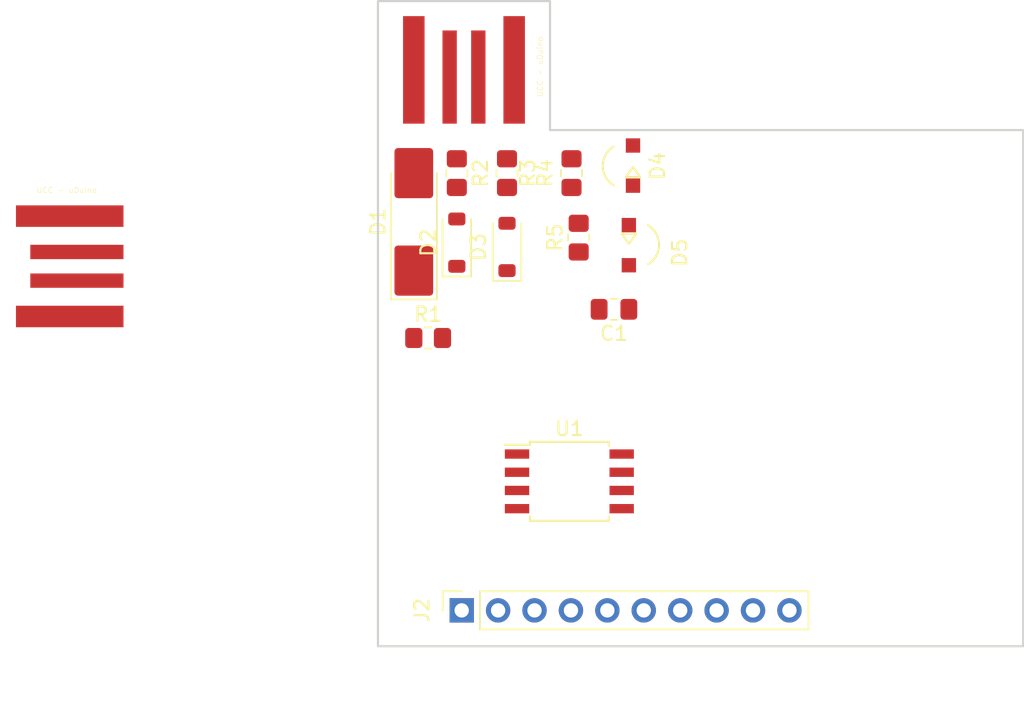
<source format=kicad_pcb>
(kicad_pcb (version 20240108) (generator "pcbnew") (generator_version "8.0")
  (layers (0 "F.Cu" signal) (31 "B.Cu" signal) (34 "B.Paste" user) (35 "F.Paste" user) (36 "B.SilkS" user "B.Silkscreen") (37 "F.SilkS" user "F.Silkscreen") (38 "B.Mask" user) (39 "F.Mask" user) (44 "Edge.Cuts" user))
  (net 0 "")
  (net 1 "GND")
  (net 2 "Net-(D1-A)")
  (net 3 "+5V")
  (net 4 "Net-(D2-K)")
  (net 5 "Net-(D3-K)")
  (net 6 "Net-(D4-K)")
  (net 7 "Net-(D4-A)")
  (net 12 "Net-(D5-K)")
  (net 13 "Net-(J2-Pin_6)")
  (net 15 "Net-(J2-Pin_8)")
  (net 16 "Net-(J2-Pin_9)")
  (net 17 "Net-(J2-Pin_4)")
  (net 19 "Net-(J2-Pin_7)")
  (footprint "embeddedPcbUsb:USB_A_UCC" (layer "F.Cu") (at 154 56 -90)
    (property "Reference" "J1" (hide yes))
    (property "Value" "USB_A" (hide yes))
    (fp_text user "UCC - uDuino" (at -2.54 -5.08 90) (layer "F.SilkS") (effects (font (size 0.38608 0.38608) (thickness 0.032512)) (justify right top)))
    (pad "1" smd rect (at -0.2 3.5 270) (size 7.5 1.5) (layers "F.Cu" "F.Paste" "F.Mask") (net 2 "Net-(D1-A)"))
    (pad "2" smd rect (at 0.3 1 270) (size 6.5 1) (layers "F.Cu" "F.Paste" "F.Mask") (net 4 "Net-(D2-K)"))
    (pad "3" smd rect (at 0.3 -1 270) (size 6.5 1) (layers "F.Cu" "F.Paste" "F.Mask") (net 5 "Net-(D3-K)"))
    (pad "4" smd rect (at -0.2 -3.5 270) (size 7.5 1.5) (layers "F.Cu" "F.Paste" "F.Mask") (net 1 "GND"))
  )
  (footprint "Package_SO:SOIC-8W_5.3x5.3mm_P1.27mm" (layer "F.Cu") (at 161.35 84.5)
    (property "Reference" "U1" (at 0 -3.68 360) (layer "F.SilkS"))
    (property "Value" "ATtiny85-20SU")
    (fp_line (start -2.75 -2.755) (end -2.75 -2.55) (stroke (width 0.15)) (layer "F.SilkS"))
    (fp_line (start -2.75 -2.755) (end 2.75 -2.755) (stroke (width 0.15)) (layer "F.SilkS"))
    (fp_line (start -2.75 -2.55) (end -4.5 -2.55) (stroke (width 0.15)) (layer "F.SilkS"))
    (fp_line (start -2.75 2.755) (end -2.75 2.455) (stroke (width 0.15)) (layer "F.SilkS"))
    (fp_line (start -2.75 2.755) (end 2.75 2.755) (stroke (width 0.15)) (layer "F.SilkS"))
    (fp_line (start 2.75 -2.755) (end 2.75 -2.455) (stroke (width 0.15)) (layer "F.SilkS"))
    (fp_line (start 2.75 2.755) (end 2.75 2.455) (stroke (width 0.15)) (layer "F.SilkS"))
    (pad "1" smd rect (at -3.65 -1.905) (size 1.7 0.65) (layers "F.Cu" "F.Paste" "F.Mask") (net 16 "Net-(J2-Pin_9)"))
    (pad "2" smd rect (at -3.65 -0.635) (size 1.7 0.65) (layers "F.Cu" "F.Paste" "F.Mask") (net 19 "Net-(J2-Pin_7)"))
    (pad "3" smd rect (at -3.65 0.635) (size 1.7 0.65) (layers "F.Cu" "F.Paste" "F.Mask") (net 15 "Net-(J2-Pin_8)"))
    (pad "4" smd rect (at -3.65 1.905) (size 1.7 0.65) (layers "F.Cu" "F.Paste" "F.Mask") (net 1 "GND"))
    (pad "5" smd rect (at 3.65 1.905) (size 1.7 0.65) (layers "F.Cu" "F.Paste" "F.Mask") (net 17 "Net-(J2-Pin_4)"))
    (pad "6" smd rect (at 3.65 0.635) (size 1.7 0.65) (layers "F.Cu" "F.Paste" "F.Mask") (net 7 "Net-(D4-A)"))
    (pad "7" smd rect (at 3.65 -0.635) (size 1.7 0.65) (layers "F.Cu" "F.Paste" "F.Mask") (net 13 "Net-(J2-Pin_6)"))
    (pad "8" smd rect (at 3.65 -1.905) (size 1.7 0.65) (layers "F.Cu" "F.Paste" "F.Mask") (net 3 "+5V"))
  )
  (footprint "Resistor_SMD:R_0805_2012Metric_Pad1.20x1.40mm_HandSolder" (layer "F.Cu") (at 162 67.5 90)
    (property "Reference" "R5" (at 0 -1.65 90) (layer "F.SilkS"))
    (property "Value" "330Ω 5% 1/8W")
    (fp_line (start -0.227064 -0.735) (end 0.227064 -0.735) (stroke (width 0.12)) (layer "F.SilkS"))
    (fp_line (start -0.227064 0.735) (end 0.227064 0.735) (stroke (width 0.12)) (layer "F.SilkS"))
    (pad "1" smd roundrect (at -1 0 90) (size 1.2 1.4) (layers "F.Cu" "F.Paste" "F.Mask") (roundrect_rratio 0.208333) (net 1 "GND"))
    (pad "2" smd roundrect (at 1 0 90) (size 1.2 1.4) (layers "F.Cu" "F.Paste" "F.Mask") (roundrect_rratio 0.208333) (net 12 "Net-(D5-K)"))
  )
  (footprint "ledSmd:ledSMD" (layer "F.Cu") (at 165.5 68.425 -90)
    (property "Reference" "D5" (at 0.125 -3.55 90) (layer "F.SilkS"))
    (property "Value" "LED")
    (fp_line (start -1.2 0.5) (end -1.2 -0.5) (stroke (width 0.15)) (layer "F.SilkS"))
    (fp_line (start -0.5 0) (end -1.2 0.5) (stroke (width 0.15)) (layer "F.SilkS"))
    (fp_line (start -1.15 -0.475) (end -0.5 0) (stroke (width 0.15)) (layer "F.SilkS"))
    (fp_arc (start -1.786089 -1.331572) (mid -0.435753 -2.107089) (end 0.924999 -1.349999) (stroke (width 0.15)) (layer "F.SilkS"))
    (pad "1" smd rect (at -1.8 0 270) (size 1 1) (layers "F.Cu" "F.Paste" "F.Mask") (net 12 "Net-(D5-K)"))
    (pad "2" smd rect (at 1 0 270) (size 1 1) (layers "F.Cu" "F.Paste" "F.Mask") (net 3 "+5V"))
  )
  (footprint "embeddedPcbUsb:USB_A_UCC" (layer "F.Cu") (at 126.7 69.5)
    (property "Reference" "J2" (hide yes))
    (property "Value" "USB_A" (hide yes))
    (fp_text user "UCC - uDuino" (at -2.54 -5.08 0) (layer "F.SilkS") (effects (font (size 0.38608 0.38608) (thickness 0.032512)) (justify left bottom)))
    (pad "1" smd rect (at -0.2 3.5) (size 7.5 1.5) (layers "F.Cu" "F.Paste" "F.Mask"))
    (pad "2" smd rect (at 0.3 1) (size 6.5 1) (layers "F.Cu" "F.Paste" "F.Mask"))
    (pad "3" smd rect (at 0.3 -1) (size 6.5 1) (layers "F.Cu" "F.Paste" "F.Mask"))
    (pad "4" smd rect (at -0.2 -3.5) (size 7.5 1.5) (layers "F.Cu" "F.Paste" "F.Mask"))
  )
  (footprint "Capacitor_SMD:C_0805_2012Metric_Pad1.18x1.45mm_HandSolder" (layer "F.Cu") (at 164.4625 72.5 180)
    (property "Reference" "C1" (at 0 -1.68 360) (layer "F.SilkS"))
    (property "Value" "0.1u")
    (fp_line (start -0.261252 0.735) (end 0.261252 0.735) (stroke (width 0.12)) (layer "F.SilkS"))
    (fp_line (start -0.261252 -0.735) (end 0.261252 -0.735) (stroke (width 0.12)) (layer "F.SilkS"))
    (pad "1" smd roundrect (at -1.0375 0 180) (size 1.175 1.45) (layers "F.Cu" "F.Paste" "F.Mask") (roundrect_rratio 0.212766) (net 3 "+5V"))
    (pad "2" smd roundrect (at 1.0375 0 180) (size 1.175 1.45) (layers "F.Cu" "F.Paste" "F.Mask") (roundrect_rratio 0.212766) (net 1 "GND"))
  )
  (footprint "Connector_PinSocket_2.54mm:PinSocket_1x10_P2.54mm_Vertical" (layer "F.Cu") (at 153.84 93.5 90)
    (property "Reference" "J2" (at 0 -2.77 90) (layer "F.SilkS"))
    (property "Value" "Conn_01x10_Socket")
    (fp_line (start 1.33 -1.33) (end 1.33 0) (stroke (width 0.12)) (layer "F.SilkS"))
    (fp_line (start 0 -1.33) (end 1.33 -1.33) (stroke (width 0.12)) (layer "F.SilkS"))
    (fp_line (start 1.33 1.27) (end 1.33 24.19) (stroke (width 0.12)) (layer "F.SilkS"))
    (fp_line (start -1.33 1.27) (end 1.33 1.27) (stroke (width 0.12)) (layer "F.SilkS"))
    (fp_line (start -1.33 1.27) (end -1.33 24.19) (stroke (width 0.12)) (layer "F.SilkS"))
    (fp_line (start -1.33 24.19) (end 1.33 24.19) (stroke (width 0.12)) (layer "F.SilkS"))
    (pad "1" thru_hole rect (at 0 0 90) (size 1.7 1.7) (drill 1) (layers "*.Cu" "*.Mask") (net 3 "+5V"))
    (pad "2" thru_hole oval (at 0 2.54 90) (size 1.7 1.7) (drill 1) (layers "*.Cu" "*.Mask") (net 1 "GND"))
    (pad "3" thru_hole oval (at 0 5.08 90) (size 1.7 1.7) (drill 1) (layers "*.Cu" "*.Mask"))
    (pad "4" thru_hole oval (at 0 7.62 90) (size 1.7 1.7) (drill 1) (layers "*.Cu" "*.Mask") (net 17 "Net-(J2-Pin_4)"))
    (pad "5" thru_hole oval (at 0 10.16 90) (size 1.7 1.7) (drill 1) (layers "*.Cu" "*.Mask") (net 7 "Net-(D4-A)"))
    (pad "6" thru_hole oval (at 0 12.7 90) (size 1.7 1.7) (drill 1) (layers "*.Cu" "*.Mask") (net 13 "Net-(J2-Pin_6)"))
    (pad "7" thru_hole oval (at 0 15.24 90) (size 1.7 1.7) (drill 1) (layers "*.Cu" "*.Mask") (net 19 "Net-(J2-Pin_7)"))
    (pad "8" thru_hole oval (at 0 17.78 90) (size 1.7 1.7) (drill 1) (layers "*.Cu" "*.Mask") (net 15 "Net-(J2-Pin_8)"))
    (pad "9" thru_hole oval (at 0 20.32 90) (size 1.7 1.7) (drill 1) (layers "*.Cu" "*.Mask") (net 16 "Net-(J2-Pin_9)"))
    (pad "10" thru_hole oval (at 0 22.86 90) (size 1.7 1.7) (drill 1) (layers "*.Cu" "*.Mask"))
  )
  (footprint "Resistor_SMD:R_0805_2012Metric_Pad1.20x1.40mm_HandSolder" (layer "F.Cu") (at 161.5 63 90)
    (property "Reference" "R4" (at 0 -1.85 90) (layer "F.SilkS"))
    (property "Value" "330Ω 5% 1/8W")
    (fp_line (start -0.227064 -0.735) (end 0.227064 -0.735) (stroke (width 0.12)) (layer "F.SilkS"))
    (fp_line (start -0.227064 0.735) (end 0.227064 0.735) (stroke (width 0.12)) (layer "F.SilkS"))
    (pad "1" smd roundrect (at -1 0 90) (size 1.2 1.4) (layers "F.Cu" "F.Paste" "F.Mask") (roundrect_rratio 0.208333) (net 6 "Net-(D4-K)"))
    (pad "2" smd roundrect (at 1 0 90) (size 1.2 1.4) (layers "F.Cu" "F.Paste" "F.Mask") (roundrect_rratio 0.208333) (net 1 "GND"))
  )
  (footprint "Diode_SMD:D_MELF_Handsoldering" (layer "F.Cu") (at 150.5 66.4 90)
    (property "Reference" "D1" (at 0 -2.5 90) (layer "F.SilkS"))
    (property "Value" "PMLL4148L")
    (fp_line (start 3.4 -1.61) (end -5.41 -1.61) (stroke (width 0.12)) (layer "F.SilkS"))
    (fp_line (start -5.41 -1.61) (end -5.41 1.61) (stroke (width 0.12)) (layer "F.SilkS"))
    (fp_line (start -5.41 1.61) (end 3.4 1.61) (stroke (width 0.12)) (layer "F.SilkS"))
    (pad "1" smd roundrect (at -3.4 0 90) (size 3.5 2.7) (layers "F.Cu" "F.Paste" "F.Mask") (roundrect_rratio 0.0925925926) (net 3 "+5V"))
    (pad "2" smd roundrect (at 3.4 0 90) (size 3.5 2.7) (layers "F.Cu" "F.Paste" "F.Mask") (roundrect_rratio 0.0925925926) (net 2 "Net-(D1-A)"))
  )
  (footprint "ledSmd:ledSMD" (layer "F.Cu") (at 165.7875 62.075 90)
    (property "Reference" "D4" (at -0.425 1.7125 90) (layer "F.SilkS"))
    (property "Value" "LED Green")
    (fp_line (start -1.15 -0.475) (end -0.5 0) (stroke (width 0.15)) (layer "F.SilkS"))
    (fp_line (start -0.5 0) (end -1.2 0.5) (stroke (width 0.15)) (layer "F.SilkS"))
    (fp_line (start -1.2 0.5) (end -1.2 -0.5) (stroke (width 0.15)) (layer "F.SilkS"))
    (fp_arc (start -1.786089 -1.331572) (mid -0.435753 -2.107089) (end 0.924999 -1.349999) (stroke (width 0.15)) (layer "F.SilkS"))
    (pad "1" smd rect (at -1.8 0 90) (size 1 1) (layers "F.Cu" "F.Paste" "F.Mask") (net 6 "Net-(D4-K)"))
    (pad "2" smd rect (at 1 0 90) (size 1 1) (layers "F.Cu" "F.Paste" "F.Mask") (net 7 "Net-(D4-A)"))
  )
  (footprint "Resistor_SMD:R_0805_2012Metric_Pad1.20x1.40mm_HandSolder" (layer "F.Cu") (at 153.5 63 -90)
    (property "Reference" "R2" (at 0 -1.65 90) (layer "F.SilkS"))
    (property "Value" "68Ω 5% 1/8W")
    (fp_line (start -0.227064 0.735) (end 0.227064 0.735) (stroke (width 0.12)) (layer "F.SilkS"))
    (fp_line (start -0.227064 -0.735) (end 0.227064 -0.735) (stroke (width 0.12)) (layer "F.SilkS"))
    (pad "1" smd roundrect (at -1 0 270) (size 1.2 1.4) (layers "F.Cu" "F.Paste" "F.Mask") (roundrect_rratio 0.208333) (net 4 "Net-(D2-K)"))
    (pad "2" smd roundrect (at 1 0 270) (size 1.2 1.4) (layers "F.Cu" "F.Paste" "F.Mask") (roundrect_rratio 0.208333) (net 19 "Net-(J2-Pin_7)"))
  )
  (footprint "Diode_SMD:D_SOD-123" (layer "F.Cu") (at 153.5 67.85 90)
    (property "Reference" "D2" (at 0 -2 90) (layer "F.SilkS"))
    (property "Value" "3.6V 1/2mV")
    (fp_line (start -2.36 -1) (end 1.65 -1) (stroke (width 0.12)) (layer "F.SilkS"))
    (fp_line (start -2.36 -1) (end -2.36 1) (stroke (width 0.12)) (layer "F.SilkS"))
    (fp_line (start -2.36 1) (end 1.65 1) (stroke (width 0.12)) (layer "F.SilkS"))
    (pad "1" smd roundrect (at -1.65 0 90) (size 0.9 1.2) (layers "F.Cu" "F.Paste" "F.Mask") (net 4 "Net-(D2-K)"))
    (pad "2" smd roundrect (at 1.65 0 90) (size 0.9 1.2) (layers "F.Cu" "F.Paste" "F.Mask") (net 1 "GND"))
  )
  (footprint "Resistor_SMD:R_0805_2012Metric_Pad1.20x1.40mm_HandSolder" (layer "F.Cu") (at 151.5 74.5)
    (property "Reference" "R1" (at 0 -1.65 360) (layer "F.SilkS"))
    (property "Value" "1.5KΩ 5% 1/8W")
    (fp_line (start -0.227064 -0.735) (end 0.227064 -0.735) (stroke (width 0.12)) (layer "F.SilkS"))
    (fp_line (start -0.227064 0.735) (end 0.227064 0.735) (stroke (width 0.12)) (layer "F.SilkS"))
    (pad "1" smd roundrect (at -1 0) (size 1.2 1.4) (layers "F.Cu" "F.Paste" "F.Mask") (roundrect_rratio 0.208333) (net 3 "+5V"))
    (pad "2" smd roundrect (at 1 0) (size 1.2 1.4) (layers "F.Cu" "F.Paste" "F.Mask") (roundrect_rratio 0.208333) (net 4 "Net-(D2-K)"))
  )
  (footprint "Diode_SMD:D_SOD-123" (layer "F.Cu") (at 157 68.15 90)
    (property "Reference" "D3" (at 0 -2 90) (layer "F.SilkS"))
    (property "Value" "3.6V 1/2mV")
    (fp_line (start -2.36 -1) (end 1.65 -1) (stroke (width 0.12)) (layer "F.SilkS"))
    (fp_line (start -2.36 -1) (end -2.36 1) (stroke (width 0.12)) (layer "F.SilkS"))
    (fp_line (start -2.36 1) (end 1.65 1) (stroke (width 0.12)) (layer "F.SilkS"))
    (pad "1" smd roundrect (at -1.65 0 90) (size 0.9 1.2) (layers "F.Cu" "F.Paste" "F.Mask") (net 5 "Net-(D3-K)"))
    (pad "2" smd roundrect (at 1.65 0 90) (size 0.9 1.2) (layers "F.Cu" "F.Paste" "F.Mask") (net 1 "GND"))
  )
  (footprint "Resistor_SMD:R_0805_2012Metric_Pad1.20x1.40mm_HandSolder" (layer "F.Cu") (at 157 63 -90)
    (property "Reference" "R3" (at 0 -1.45 90) (layer "F.SilkS"))
    (property "Value" "68Ω 5% 1/8W")
    (fp_line (start -0.227064 0.735) (end 0.227064 0.735) (stroke (width 0.12)) (layer "F.SilkS"))
    (fp_line (start -0.227064 -0.735) (end 0.227064 -0.735) (stroke (width 0.12)) (layer "F.SilkS"))
    (pad "1" smd roundrect (at -1 0 270) (size 1.2 1.4) (layers "F.Cu" "F.Paste" "F.Mask") (roundrect_rratio 0.208333) (net 5 "Net-(D3-K)"))
    (pad "2" smd roundrect (at 1 0 270) (size 1.2 1.4) (layers "F.Cu" "F.Paste" "F.Mask") (roundrect_rratio 0.208333) (net 15 "Net-(J2-Pin_8)"))
  )
  (gr_poly (pts (xy 160 60) (xy 160 51) (xy 148 51) (xy 148 96) (xy 193 96) (xy 193 60)) (stroke (width 0.15)) (fill none) (layer "Edge.Cuts"))
)
</source>
